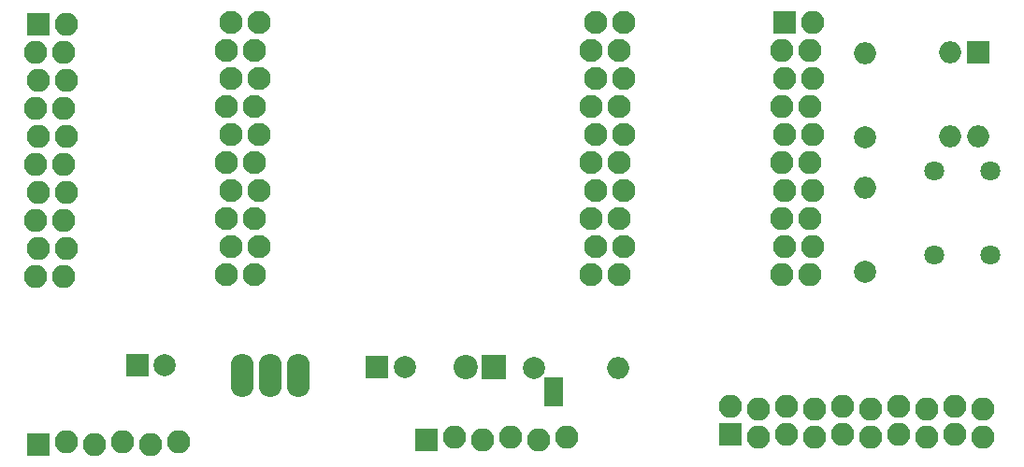
<source format=gbs>
G04 #@! TF.GenerationSoftware,KiCad,Pcbnew,no-vcs-found-08c4a0b~58~ubuntu16.04.1*
G04 #@! TF.CreationDate,2017-08-29T22:35:06+03:00*
G04 #@! TF.ProjectId,ESP-32-programmer,4553502D33322D70726F6772616D6D65,1*
G04 #@! TF.SameCoordinates,Original
G04 #@! TF.FileFunction,Soldermask,Bot*
G04 #@! TF.FilePolarity,Negative*
%FSLAX46Y46*%
G04 Gerber Fmt 4.6, Leading zero omitted, Abs format (unit mm)*
G04 Created by KiCad (PCBNEW no-vcs-found-08c4a0b~58~ubuntu16.04.1) date Tue Aug 29 22:35:06 2017*
%MOMM*%
%LPD*%
G01*
G04 APERTURE LIST*
%ADD10R,1.670000X1.370000*%
%ADD11C,2.100000*%
%ADD12O,2.100000X2.100000*%
%ADD13R,2.100000X2.100000*%
%ADD14R,2.000000X2.000000*%
%ADD15C,2.000000*%
%ADD16O,2.099260X3.900120*%
%ADD17R,2.200000X2.200000*%
%ADD18C,2.200000*%
%ADD19O,2.000000X2.000000*%
%ADD20C,1.797000*%
G04 APERTURE END LIST*
D10*
X146558000Y-81412000D03*
X146558000Y-80132000D03*
D11*
X149923800Y-70160000D03*
X152463800Y-70160000D03*
X150330200Y-67620000D03*
X152870200Y-67620000D03*
X149923800Y-65080000D03*
X152463800Y-65080000D03*
X150330200Y-62540000D03*
X152870200Y-62540000D03*
X149923800Y-60000000D03*
X152463800Y-60000000D03*
X150330200Y-57460000D03*
X152870200Y-57460000D03*
X149923800Y-54920000D03*
X152463800Y-54920000D03*
X150330200Y-52380000D03*
X152870200Y-52380000D03*
X149923800Y-49840000D03*
X152463800Y-49840000D03*
X150330200Y-47300000D03*
X152870200Y-47300000D03*
X119443800Y-70160000D03*
X116903800Y-70160000D03*
X119850200Y-67620000D03*
X117310200Y-67620000D03*
X119443800Y-65080000D03*
X116903800Y-65080000D03*
X119850200Y-62540000D03*
X117310200Y-62540000D03*
X119443800Y-60000000D03*
X116903800Y-60000000D03*
X119850200Y-57460000D03*
X117310200Y-57460000D03*
X119443800Y-54920000D03*
X116903800Y-54920000D03*
X119850200Y-52380000D03*
X117310200Y-52380000D03*
X119443800Y-49840000D03*
X116903800Y-49840000D03*
X119850200Y-47300000D03*
X117310200Y-47300000D03*
D12*
X112540000Y-85254000D03*
X110000000Y-85508000D03*
X107460000Y-85254000D03*
X104920000Y-85508000D03*
X102380000Y-85254000D03*
D13*
X99840000Y-85508000D03*
D14*
X130556000Y-78486000D03*
D15*
X133056000Y-78486000D03*
D16*
X120904000Y-79248000D03*
X118364000Y-79248000D03*
X123444000Y-79248000D03*
D17*
X141097000Y-78486000D03*
D18*
X138557000Y-78486000D03*
D14*
X185000000Y-50000000D03*
D19*
X182460000Y-57620000D03*
X182460000Y-50000000D03*
X185000000Y-57620000D03*
D20*
X180975000Y-60706000D03*
X186055000Y-60706000D03*
X180975000Y-68326000D03*
X186055000Y-68326000D03*
D14*
X108839000Y-78359000D03*
D15*
X111339000Y-78359000D03*
D19*
X152400000Y-78613000D03*
D15*
X144780000Y-78613000D03*
D19*
X174752000Y-50038000D03*
D15*
X174752000Y-57658000D03*
X174752000Y-69850000D03*
D19*
X174752000Y-62230000D03*
D12*
X185420000Y-82296000D03*
X185420000Y-84836000D03*
X182880000Y-82042000D03*
X182880000Y-84582000D03*
X180340000Y-82296000D03*
X180340000Y-84836000D03*
X177800000Y-82042000D03*
X177800000Y-84582000D03*
X175260000Y-82296000D03*
X175260000Y-84836000D03*
X172720000Y-82042000D03*
X172720000Y-84582000D03*
X170180000Y-82296000D03*
X170180000Y-84836000D03*
X167640000Y-82042000D03*
X167640000Y-84582000D03*
X165100000Y-82296000D03*
X165100000Y-84836000D03*
X162560000Y-82042000D03*
D13*
X162560000Y-84582000D03*
X167460000Y-47300000D03*
D12*
X170000000Y-47300000D03*
X167206000Y-49840000D03*
X169746000Y-49840000D03*
X167460000Y-52380000D03*
X170000000Y-52380000D03*
X167206000Y-54920000D03*
X169746000Y-54920000D03*
X167460000Y-57460000D03*
X170000000Y-57460000D03*
X167206000Y-60000000D03*
X169746000Y-60000000D03*
X167460000Y-62540000D03*
X170000000Y-62540000D03*
X167206000Y-65080000D03*
X169746000Y-65080000D03*
X167460000Y-67620000D03*
X170000000Y-67620000D03*
X167206000Y-70160000D03*
X169746000Y-70160000D03*
X102206000Y-70320000D03*
X99666000Y-70320000D03*
X102460000Y-67780000D03*
X99920000Y-67780000D03*
X102206000Y-65240000D03*
X99666000Y-65240000D03*
X102460000Y-62700000D03*
X99920000Y-62700000D03*
X102206000Y-60160000D03*
X99666000Y-60160000D03*
X102460000Y-57620000D03*
X99920000Y-57620000D03*
X102206000Y-55080000D03*
X99666000Y-55080000D03*
X102460000Y-52540000D03*
X99920000Y-52540000D03*
X102206000Y-50000000D03*
X99666000Y-50000000D03*
X102460000Y-47460000D03*
D13*
X99920000Y-47460000D03*
X135000000Y-85127000D03*
D12*
X137540000Y-84873000D03*
X140080000Y-85127000D03*
X142620000Y-84873000D03*
X145160000Y-85127000D03*
X147700000Y-84873000D03*
M02*

</source>
